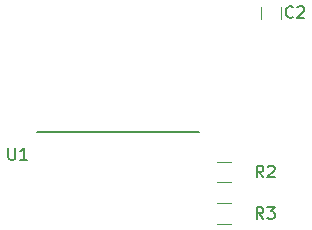
<source format=gto>
G04 #@! TF.GenerationSoftware,KiCad,Pcbnew,(5.1.6)-1*
G04 #@! TF.CreationDate,2020-10-13T20:46:18+02:00*
G04 #@! TF.ProjectId,MRF89XAM8A_Breakout,4d524638-3958-4414-9d38-415f42726561,rev?*
G04 #@! TF.SameCoordinates,PX4db9760PY4fa1be0*
G04 #@! TF.FileFunction,Legend,Top*
G04 #@! TF.FilePolarity,Positive*
%FSLAX46Y46*%
G04 Gerber Fmt 4.6, Leading zero omitted, Abs format (unit mm)*
G04 Created by KiCad (PCBNEW (5.1.6)-1) date 2020-10-13 20:46:18*
%MOMM*%
%LPD*%
G01*
G04 APERTURE LIST*
%ADD10C,0.150000*%
%ADD11C,0.120000*%
G04 APERTURE END LIST*
D10*
X25358000Y-16120000D02*
X11642000Y-16120000D01*
D11*
X30650000Y-5500000D02*
X30650000Y-6500000D01*
X32350000Y-6500000D02*
X32350000Y-5500000D01*
X26900000Y-18620000D02*
X28100000Y-18620000D01*
X28100000Y-20380000D02*
X26900000Y-20380000D01*
X26900000Y-22120000D02*
X28100000Y-22120000D01*
X28100000Y-23880000D02*
X26900000Y-23880000D01*
D10*
X9238095Y-17452380D02*
X9238095Y-18261904D01*
X9285714Y-18357142D01*
X9333333Y-18404761D01*
X9428571Y-18452380D01*
X9619047Y-18452380D01*
X9714285Y-18404761D01*
X9761904Y-18357142D01*
X9809523Y-18261904D01*
X9809523Y-17452380D01*
X10809523Y-18452380D02*
X10238095Y-18452380D01*
X10523809Y-18452380D02*
X10523809Y-17452380D01*
X10428571Y-17595238D01*
X10333333Y-17690476D01*
X10238095Y-17738095D01*
X33333333Y-6357142D02*
X33285714Y-6404761D01*
X33142857Y-6452380D01*
X33047619Y-6452380D01*
X32904761Y-6404761D01*
X32809523Y-6309523D01*
X32761904Y-6214285D01*
X32714285Y-6023809D01*
X32714285Y-5880952D01*
X32761904Y-5690476D01*
X32809523Y-5595238D01*
X32904761Y-5500000D01*
X33047619Y-5452380D01*
X33142857Y-5452380D01*
X33285714Y-5500000D01*
X33333333Y-5547619D01*
X33714285Y-5547619D02*
X33761904Y-5500000D01*
X33857142Y-5452380D01*
X34095238Y-5452380D01*
X34190476Y-5500000D01*
X34238095Y-5547619D01*
X34285714Y-5642857D01*
X34285714Y-5738095D01*
X34238095Y-5880952D01*
X33666666Y-6452380D01*
X34285714Y-6452380D01*
X30833333Y-19952380D02*
X30500000Y-19476190D01*
X30261904Y-19952380D02*
X30261904Y-18952380D01*
X30642857Y-18952380D01*
X30738095Y-19000000D01*
X30785714Y-19047619D01*
X30833333Y-19142857D01*
X30833333Y-19285714D01*
X30785714Y-19380952D01*
X30738095Y-19428571D01*
X30642857Y-19476190D01*
X30261904Y-19476190D01*
X31214285Y-19047619D02*
X31261904Y-19000000D01*
X31357142Y-18952380D01*
X31595238Y-18952380D01*
X31690476Y-19000000D01*
X31738095Y-19047619D01*
X31785714Y-19142857D01*
X31785714Y-19238095D01*
X31738095Y-19380952D01*
X31166666Y-19952380D01*
X31785714Y-19952380D01*
X30833333Y-23452380D02*
X30500000Y-22976190D01*
X30261904Y-23452380D02*
X30261904Y-22452380D01*
X30642857Y-22452380D01*
X30738095Y-22500000D01*
X30785714Y-22547619D01*
X30833333Y-22642857D01*
X30833333Y-22785714D01*
X30785714Y-22880952D01*
X30738095Y-22928571D01*
X30642857Y-22976190D01*
X30261904Y-22976190D01*
X31166666Y-22452380D02*
X31785714Y-22452380D01*
X31452380Y-22833333D01*
X31595238Y-22833333D01*
X31690476Y-22880952D01*
X31738095Y-22928571D01*
X31785714Y-23023809D01*
X31785714Y-23261904D01*
X31738095Y-23357142D01*
X31690476Y-23404761D01*
X31595238Y-23452380D01*
X31309523Y-23452380D01*
X31214285Y-23404761D01*
X31166666Y-23357142D01*
M02*

</source>
